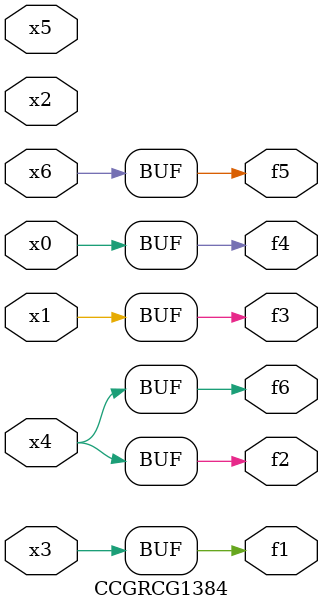
<source format=v>
module CCGRCG1384(
	input x0, x1, x2, x3, x4, x5, x6,
	output f1, f2, f3, f4, f5, f6
);
	assign f1 = x3;
	assign f2 = x4;
	assign f3 = x1;
	assign f4 = x0;
	assign f5 = x6;
	assign f6 = x4;
endmodule

</source>
